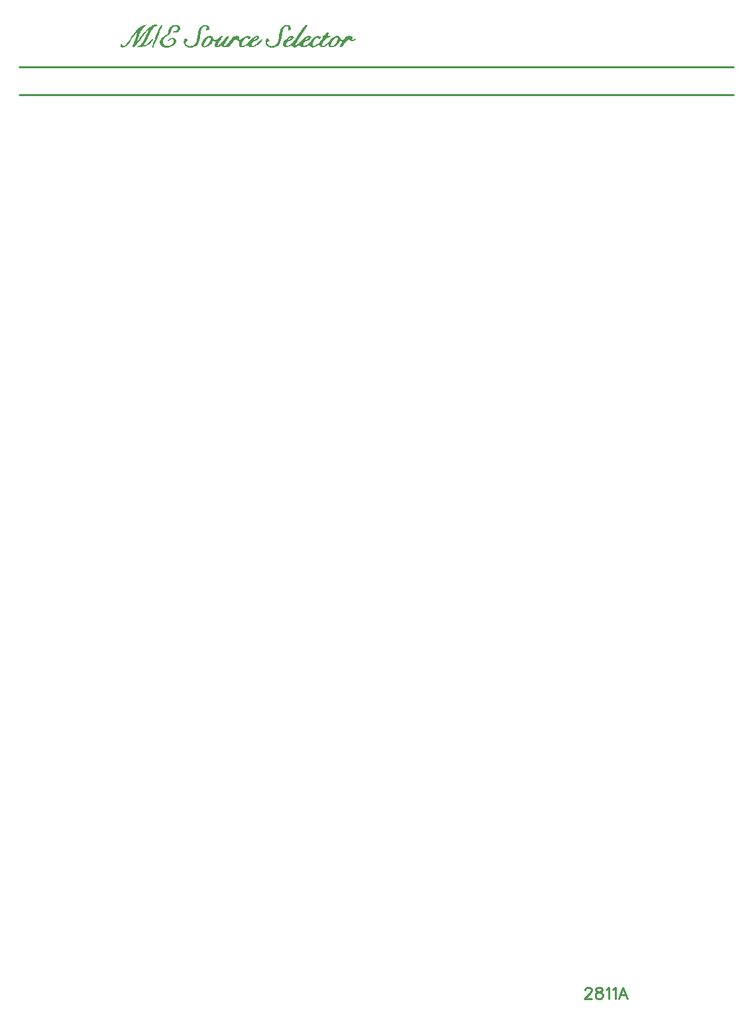
<source format=gto>
G04 Layer: TopSilkscreenLayer*
G04 EasyEDA v6.5.29, 2023-07-16 15:11:24*
G04 6b2ea49bd14843f1a595022ae84b5af3,5a6b42c53f6a479593ecc07194224c93,10*
G04 Gerber Generator version 0.2*
G04 Scale: 100 percent, Rotated: No, Reflected: No *
G04 Dimensions in millimeters *
G04 leading zeros omitted , absolute positions ,4 integer and 5 decimal *
%FSLAX45Y45*%
%MOMM*%

%ADD10C,0.2540*%

%LPD*%
G36*
X1754784Y12720116D02*
G01*
X1750568Y12719913D01*
X1739849Y12718542D01*
X1727352Y12716052D01*
X1714500Y12712700D01*
X1708099Y12710363D01*
X1701038Y12706959D01*
X1693418Y12702489D01*
X1685289Y12697104D01*
X1676654Y12690805D01*
X1667662Y12683693D01*
X1658366Y12675768D01*
X1648764Y12667183D01*
X1639011Y12657937D01*
X1619097Y12637770D01*
X1609090Y12626949D01*
X1599184Y12615722D01*
X1589379Y12604191D01*
X1579727Y12592354D01*
X1565808Y12574270D01*
X1556918Y12562027D01*
X1538224Y12535509D01*
X1529740Y12524130D01*
X1522577Y12515037D01*
X1517192Y12508738D01*
X1515262Y12506807D01*
X1513890Y12505791D01*
X1513179Y12505690D01*
X1513027Y12506706D01*
X1513281Y12508941D01*
X1515110Y12516713D01*
X1518412Y12528194D01*
X1522984Y12542774D01*
X1535074Y12578334D01*
X1540357Y12592558D01*
X1545742Y12605766D01*
X1551279Y12617958D01*
X1556969Y12629235D01*
X1562862Y12639700D01*
X1569008Y12649352D01*
X1575511Y12658394D01*
X1582369Y12666776D01*
X1589582Y12674650D01*
X1597304Y12682016D01*
X1634693Y12715951D01*
X1597406Y12708890D01*
X1589024Y12706654D01*
X1580642Y12703860D01*
X1572310Y12700355D01*
X1563979Y12696240D01*
X1555699Y12691414D01*
X1547317Y12685979D01*
X1538986Y12679781D01*
X1530553Y12672872D01*
X1522069Y12665252D01*
X1513484Y12656870D01*
X1504848Y12647777D01*
X1496060Y12637871D01*
X1487119Y12627203D01*
X1478076Y12615722D01*
X1468882Y12603429D01*
X1459484Y12590322D01*
X1435963Y12555575D01*
X1422044Y12535560D01*
X1403756Y12510363D01*
X1386890Y12488468D01*
X1379423Y12479274D01*
X1372870Y12471654D01*
X1367332Y12465710D01*
X1356461Y12455601D01*
X1349806Y12449911D01*
X1344574Y12446355D01*
X1340307Y12444882D01*
X1336548Y12445390D01*
X1332890Y12447828D01*
X1328877Y12452197D01*
X1319682Y12463881D01*
X1316024Y12467844D01*
X1312926Y12470434D01*
X1310132Y12471603D01*
X1307592Y12471450D01*
X1305102Y12469926D01*
X1302461Y12467132D01*
X1299565Y12463068D01*
X1297228Y12458852D01*
X1295704Y12454737D01*
X1294993Y12450775D01*
X1294993Y12446965D01*
X1295704Y12443307D01*
X1297076Y12439954D01*
X1299108Y12436856D01*
X1301648Y12434062D01*
X1304798Y12431623D01*
X1308404Y12429591D01*
X1312468Y12428016D01*
X1316939Y12426899D01*
X1321765Y12426238D01*
X1326946Y12426188D01*
X1332433Y12426696D01*
X1338122Y12427813D01*
X1345641Y12429845D01*
X1352550Y12432131D01*
X1358950Y12434773D01*
X1365097Y12438024D01*
X1371142Y12442088D01*
X1377238Y12447117D01*
X1383588Y12453264D01*
X1390396Y12460833D01*
X1397863Y12469926D01*
X1406093Y12480747D01*
X1415338Y12493498D01*
X1437487Y12525502D01*
X1462684Y12562840D01*
X1484376Y12594234D01*
X1501394Y12618008D01*
X1507490Y12626136D01*
X1512874Y12632639D01*
X1513586Y12633096D01*
X1513941Y12632537D01*
X1513535Y12628321D01*
X1511757Y12620447D01*
X1508912Y12609576D01*
X1500530Y12581026D01*
X1489913Y12547447D01*
X1475790Y12505690D01*
X1465732Y12478156D01*
X1461617Y12468047D01*
X1454556Y12452756D01*
X1451914Y12444476D01*
X1450695Y12437262D01*
X1451102Y12431979D01*
X1451813Y12430404D01*
X1452727Y12429134D01*
X1453845Y12428270D01*
X1455166Y12427762D01*
X1456740Y12427610D01*
X1458468Y12427762D01*
X1460449Y12428270D01*
X1464970Y12430353D01*
X1470253Y12433757D01*
X1476349Y12438532D01*
X1483207Y12444628D01*
X1490776Y12451994D01*
X1499108Y12460681D01*
X1508099Y12470587D01*
X1528165Y12494209D01*
X1550873Y12522708D01*
X1597253Y12583871D01*
X1615389Y12607239D01*
X1630019Y12625324D01*
X1641144Y12638176D01*
X1645462Y12642646D01*
X1648917Y12645796D01*
X1651558Y12647625D01*
X1652574Y12648082D01*
X1653387Y12648184D01*
X1653946Y12647980D01*
X1654352Y12647422D01*
X1654505Y12645390D01*
X1653895Y12642037D01*
X1652422Y12637363D01*
X1650238Y12631470D01*
X1643430Y12615722D01*
X1633575Y12594844D01*
X1620723Y12568885D01*
X1601470Y12531242D01*
X1592580Y12514478D01*
X1584655Y12500254D01*
X1577543Y12488265D01*
X1571040Y12478359D01*
X1564995Y12470231D01*
X1559204Y12463678D01*
X1553464Y12458446D01*
X1547672Y12454280D01*
X1541627Y12450978D01*
X1535125Y12448286D01*
X1524203Y12444577D01*
X1518005Y12442088D01*
X1513027Y12439802D01*
X1509268Y12437618D01*
X1506728Y12435636D01*
X1505407Y12433808D01*
X1505204Y12432233D01*
X1506118Y12430810D01*
X1508201Y12429642D01*
X1511401Y12428728D01*
X1515668Y12428118D01*
X1521002Y12427712D01*
X1527352Y12427661D01*
X1543202Y12428474D01*
X1559458Y12430252D01*
X1572869Y12432385D01*
X1585874Y12435078D01*
X1598422Y12438329D01*
X1610461Y12442088D01*
X1622044Y12446406D01*
X1633067Y12451181D01*
X1643532Y12456464D01*
X1653387Y12462205D01*
X1662633Y12468453D01*
X1671167Y12475108D01*
X1679092Y12482220D01*
X1686204Y12489688D01*
X1692656Y12497612D01*
X1699666Y12507823D01*
X1706372Y12518390D01*
X1711198Y12526822D01*
X1714144Y12533071D01*
X1714906Y12535357D01*
X1715211Y12537135D01*
X1715058Y12538354D01*
X1714449Y12539014D01*
X1713382Y12539167D01*
X1711909Y12538760D01*
X1709928Y12537795D01*
X1704746Y12534290D01*
X1697888Y12528651D01*
X1689303Y12520828D01*
X1679041Y12510871D01*
X1667205Y12498730D01*
X1654860Y12486538D01*
X1648663Y12480848D01*
X1636471Y12470638D01*
X1630680Y12466218D01*
X1620062Y12459004D01*
X1615389Y12456363D01*
X1611223Y12454382D01*
X1607667Y12453162D01*
X1604772Y12452705D01*
X1599184Y12452807D01*
X1595170Y12453162D01*
X1592681Y12454026D01*
X1591716Y12455448D01*
X1592275Y12457684D01*
X1594307Y12460833D01*
X1597812Y12465151D01*
X1604213Y12472466D01*
X1607820Y12477496D01*
X1617370Y12492888D01*
X1629156Y12514021D01*
X1642262Y12539116D01*
X1649069Y12552578D01*
X1670304Y12596876D01*
X1680210Y12617043D01*
X1688947Y12634214D01*
X1696821Y12648641D01*
X1703882Y12660528D01*
X1710385Y12670129D01*
X1716582Y12677749D01*
X1719529Y12680899D01*
X1722526Y12683642D01*
X1725472Y12685979D01*
X1728470Y12688011D01*
X1734667Y12691160D01*
X1741170Y12693294D01*
X1753971Y12695936D01*
X1758899Y12697714D01*
X1763064Y12699847D01*
X1766366Y12702286D01*
X1768805Y12704927D01*
X1770329Y12707670D01*
X1770938Y12710414D01*
X1770532Y12713004D01*
X1769059Y12715341D01*
X1766519Y12717373D01*
X1762861Y12718948D01*
X1758035Y12719964D01*
G37*
G36*
X2384501Y12714020D02*
G01*
X2379268Y12713970D01*
X2373934Y12713563D01*
X2368550Y12712801D01*
X2363114Y12711633D01*
X2357729Y12710058D01*
X2352344Y12708077D01*
X2347010Y12705740D01*
X2341778Y12702997D01*
X2336647Y12699796D01*
X2331669Y12696240D01*
X2326894Y12692278D01*
X2322322Y12687909D01*
X2317953Y12683134D01*
X2314143Y12678257D01*
X2310434Y12672923D01*
X2306980Y12667284D01*
X2303678Y12661239D01*
X2300630Y12654940D01*
X2297785Y12648336D01*
X2295194Y12641580D01*
X2292858Y12634569D01*
X2290826Y12627406D01*
X2289098Y12620193D01*
X2287676Y12612827D01*
X2279396Y12552984D01*
X2276805Y12537084D01*
X2274265Y12523571D01*
X2271623Y12512141D01*
X2268829Y12502489D01*
X2265730Y12494310D01*
X2262276Y12487198D01*
X2258415Y12480950D01*
X2253945Y12475159D01*
X2248916Y12469469D01*
X2241194Y12462103D01*
X2236012Y12458039D01*
X2230577Y12454483D01*
X2224938Y12451384D01*
X2219147Y12448794D01*
X2213152Y12446660D01*
X2207006Y12445034D01*
X2200757Y12443917D01*
X2194458Y12443256D01*
X2188108Y12443104D01*
X2181707Y12443510D01*
X2175306Y12444374D01*
X2168956Y12445746D01*
X2162708Y12447676D01*
X2156460Y12450114D01*
X2150364Y12453061D01*
X2144928Y12456617D01*
X2140407Y12460833D01*
X2136800Y12465608D01*
X2134158Y12470739D01*
X2132380Y12476073D01*
X2131568Y12481509D01*
X2131720Y12486843D01*
X2132888Y12491923D01*
X2134971Y12496647D01*
X2138019Y12500813D01*
X2142083Y12504267D01*
X2154682Y12510566D01*
X2157730Y12514783D01*
X2156409Y12520320D01*
X2150922Y12527991D01*
X2145030Y12534442D01*
X2139543Y12538964D01*
X2134412Y12541453D01*
X2129586Y12541961D01*
X2125014Y12540488D01*
X2120493Y12536982D01*
X2116023Y12531445D01*
X2111451Y12523825D01*
X2109520Y12519609D01*
X2108098Y12515088D01*
X2107133Y12510363D01*
X2106625Y12505436D01*
X2106523Y12500356D01*
X2106879Y12495123D01*
X2107641Y12489840D01*
X2108809Y12484557D01*
X2110333Y12479274D01*
X2112213Y12474041D01*
X2114448Y12468910D01*
X2116988Y12463932D01*
X2119833Y12459106D01*
X2122982Y12454534D01*
X2126386Y12450216D01*
X2130044Y12446203D01*
X2133955Y12442494D01*
X2138121Y12439243D01*
X2142439Y12436398D01*
X2147011Y12434062D01*
X2153158Y12431420D01*
X2159152Y12429134D01*
X2164994Y12427204D01*
X2170734Y12425680D01*
X2176424Y12424562D01*
X2182114Y12423749D01*
X2187854Y12423394D01*
X2193645Y12423394D01*
X2199538Y12423749D01*
X2205583Y12424562D01*
X2211781Y12425680D01*
X2218232Y12427254D01*
X2224938Y12429185D01*
X2231898Y12431471D01*
X2246985Y12437313D01*
X2255672Y12441377D01*
X2263648Y12446101D01*
X2270912Y12451537D01*
X2277567Y12457836D01*
X2280615Y12461290D01*
X2286406Y12469063D01*
X2291638Y12477902D01*
X2296414Y12488011D01*
X2300782Y12499441D01*
X2304796Y12512344D01*
X2308555Y12526772D01*
X2312009Y12542926D01*
X2315260Y12560808D01*
X2318359Y12580620D01*
X2321306Y12601194D01*
X2324201Y12619177D01*
X2327249Y12634823D01*
X2330500Y12648234D01*
X2334056Y12659563D01*
X2335987Y12664490D01*
X2338019Y12668961D01*
X2340152Y12672974D01*
X2342388Y12676581D01*
X2344826Y12679781D01*
X2347366Y12682575D01*
X2350109Y12685014D01*
X2353005Y12687046D01*
X2356053Y12688824D01*
X2362809Y12691364D01*
X2366518Y12692176D01*
X2374544Y12693091D01*
X2378964Y12693192D01*
X2386279Y12692989D01*
X2391867Y12692329D01*
X2395880Y12690957D01*
X2398522Y12688722D01*
X2399792Y12685369D01*
X2399944Y12680746D01*
X2399030Y12674650D01*
X2395575Y12659614D01*
X2394610Y12653873D01*
X2394407Y12649657D01*
X2395067Y12646812D01*
X2396591Y12645186D01*
X2399080Y12644729D01*
X2402535Y12645339D01*
X2419807Y12651282D01*
X2424684Y12652603D01*
X2427579Y12653111D01*
X2429205Y12654534D01*
X2430526Y12658394D01*
X2431440Y12664135D01*
X2431796Y12671145D01*
X2431491Y12676428D01*
X2430678Y12681356D01*
X2429357Y12685979D01*
X2427528Y12690246D01*
X2425293Y12694208D01*
X2422601Y12697764D01*
X2419502Y12701016D01*
X2416098Y12703911D01*
X2412339Y12706451D01*
X2408275Y12708585D01*
X2403906Y12710414D01*
X2399334Y12711887D01*
X2394559Y12712954D01*
X2389632Y12713665D01*
G37*
G36*
X3427222Y12714020D02*
G01*
X3421989Y12713970D01*
X3416655Y12713563D01*
X3411270Y12712801D01*
X3405886Y12711633D01*
X3400450Y12710058D01*
X3395065Y12708077D01*
X3389731Y12705740D01*
X3384499Y12702997D01*
X3379368Y12699796D01*
X3374390Y12696240D01*
X3369614Y12692278D01*
X3365042Y12687909D01*
X3360724Y12683134D01*
X3356864Y12678257D01*
X3353155Y12672923D01*
X3349701Y12667284D01*
X3346399Y12661239D01*
X3343351Y12654940D01*
X3340506Y12648336D01*
X3337915Y12641580D01*
X3335629Y12634569D01*
X3333597Y12627406D01*
X3331819Y12620193D01*
X3330397Y12612827D01*
X3324860Y12571628D01*
X3319576Y12537084D01*
X3316986Y12523571D01*
X3314344Y12512141D01*
X3311550Y12502489D01*
X3308451Y12494310D01*
X3305048Y12487198D01*
X3301136Y12480950D01*
X3296716Y12475159D01*
X3291636Y12469469D01*
X3283915Y12462103D01*
X3278733Y12458039D01*
X3273348Y12454483D01*
X3267710Y12451384D01*
X3261867Y12448794D01*
X3255873Y12446660D01*
X3249726Y12445034D01*
X3243529Y12443917D01*
X3237179Y12443256D01*
X3230829Y12443104D01*
X3224428Y12443510D01*
X3218078Y12444374D01*
X3211728Y12445746D01*
X3205429Y12447676D01*
X3199231Y12450114D01*
X3193135Y12453061D01*
X3187700Y12456617D01*
X3183178Y12460833D01*
X3179572Y12465608D01*
X3176879Y12470739D01*
X3175101Y12476073D01*
X3174339Y12481509D01*
X3174492Y12486843D01*
X3175609Y12491923D01*
X3177692Y12496647D01*
X3180740Y12500813D01*
X3184804Y12504267D01*
X3197402Y12510566D01*
X3200450Y12514783D01*
X3199180Y12520320D01*
X3193694Y12527991D01*
X3187750Y12534442D01*
X3182264Y12538964D01*
X3177133Y12541453D01*
X3172358Y12541961D01*
X3167735Y12540488D01*
X3163214Y12536982D01*
X3158744Y12531445D01*
X3154222Y12523825D01*
X3152292Y12519609D01*
X3150819Y12515088D01*
X3149854Y12510363D01*
X3149346Y12505436D01*
X3149295Y12500356D01*
X3149650Y12495123D01*
X3150412Y12489840D01*
X3151530Y12484557D01*
X3153054Y12479274D01*
X3154934Y12474041D01*
X3157169Y12468910D01*
X3159709Y12463932D01*
X3162554Y12459106D01*
X3165703Y12454534D01*
X3169107Y12450216D01*
X3172815Y12446203D01*
X3176727Y12442494D01*
X3180842Y12439243D01*
X3185210Y12436398D01*
X3189732Y12434062D01*
X3195878Y12431420D01*
X3201873Y12429134D01*
X3207715Y12427204D01*
X3213455Y12425680D01*
X3219196Y12424562D01*
X3224885Y12423749D01*
X3230575Y12423394D01*
X3236366Y12423394D01*
X3242259Y12423749D01*
X3248304Y12424562D01*
X3254502Y12425680D01*
X3260953Y12427254D01*
X3274669Y12431471D01*
X3289706Y12437313D01*
X3298393Y12441377D01*
X3302508Y12443663D01*
X3310077Y12448743D01*
X3313633Y12451537D01*
X3320287Y12457836D01*
X3326333Y12465050D01*
X3331819Y12473330D01*
X3334359Y12477902D01*
X3339134Y12488011D01*
X3343503Y12499441D01*
X3347567Y12512344D01*
X3351276Y12526772D01*
X3354730Y12542926D01*
X3357981Y12560808D01*
X3361131Y12580620D01*
X3364077Y12601194D01*
X3366973Y12619177D01*
X3369970Y12634823D01*
X3373221Y12648234D01*
X3376777Y12659563D01*
X3378708Y12664490D01*
X3380740Y12668961D01*
X3382873Y12672974D01*
X3385159Y12676581D01*
X3387547Y12679781D01*
X3390137Y12682575D01*
X3392830Y12685014D01*
X3395726Y12687046D01*
X3398824Y12688824D01*
X3402076Y12690195D01*
X3405530Y12691364D01*
X3409238Y12692176D01*
X3417265Y12693091D01*
X3421684Y12693192D01*
X3429000Y12692989D01*
X3434587Y12692329D01*
X3438651Y12690957D01*
X3441242Y12688722D01*
X3442512Y12685369D01*
X3442665Y12680746D01*
X3441750Y12674650D01*
X3438296Y12659614D01*
X3437331Y12653873D01*
X3437128Y12649657D01*
X3437788Y12646812D01*
X3439312Y12645186D01*
X3441801Y12644729D01*
X3445256Y12645339D01*
X3462528Y12651282D01*
X3467404Y12652603D01*
X3470300Y12653111D01*
X3471926Y12654534D01*
X3473297Y12658394D01*
X3474161Y12664135D01*
X3474516Y12671145D01*
X3474212Y12676428D01*
X3473399Y12681356D01*
X3472078Y12685979D01*
X3470249Y12690246D01*
X3468014Y12694208D01*
X3465322Y12697764D01*
X3462274Y12701016D01*
X3458819Y12703911D01*
X3455060Y12706451D01*
X3450996Y12708585D01*
X3446678Y12710414D01*
X3442106Y12711887D01*
X3437280Y12712954D01*
X3432352Y12713665D01*
G37*
G36*
X1817471Y12713258D02*
G01*
X1816455Y12712903D01*
X1815236Y12711988D01*
X1812137Y12708280D01*
X1808276Y12702336D01*
X1803704Y12694310D01*
X1798472Y12684302D01*
X1792732Y12672517D01*
X1779828Y12644170D01*
X1765604Y12610541D01*
X1750669Y12572898D01*
X1736140Y12534341D01*
X1724304Y12501270D01*
X1715211Y12473787D01*
X1711706Y12462154D01*
X1708912Y12451892D01*
X1706778Y12443104D01*
X1705305Y12435687D01*
X1704543Y12429744D01*
X1704492Y12425172D01*
X1705102Y12422073D01*
X1705711Y12421057D01*
X1706473Y12420447D01*
X1707388Y12420142D01*
X1708454Y12420193D01*
X1709775Y12420650D01*
X1712823Y12422632D01*
X1718767Y12428321D01*
X1720189Y12430658D01*
X1725726Y12442342D01*
X1734210Y12461951D01*
X1757324Y12517932D01*
X1787296Y12593066D01*
X1811324Y12655042D01*
X1820570Y12679781D01*
X1829054Y12704165D01*
X1830222Y12708991D01*
X1829206Y12710617D01*
X1826463Y12711988D01*
X1822399Y12712903D01*
G37*
G36*
X1998167Y12713258D02*
G01*
X1991512Y12713106D01*
X1985162Y12712649D01*
X1979168Y12711887D01*
X1973478Y12710769D01*
X1968042Y12709347D01*
X1962861Y12707518D01*
X1957882Y12705384D01*
X1953107Y12702844D01*
X1948434Y12699898D01*
X1943912Y12696545D01*
X1939442Y12692837D01*
X1935022Y12688620D01*
X1931263Y12684658D01*
X1927809Y12680492D01*
X1924608Y12676174D01*
X1921764Y12671704D01*
X1919173Y12667081D01*
X1916887Y12662357D01*
X1914956Y12657582D01*
X1913331Y12652705D01*
X1912061Y12647828D01*
X1911146Y12642900D01*
X1910588Y12637973D01*
X1910283Y12627203D01*
X1909825Y12621920D01*
X1908962Y12617094D01*
X1907743Y12612674D01*
X1906117Y12608661D01*
X1903933Y12604902D01*
X1901240Y12601397D01*
X1897989Y12598044D01*
X1894128Y12594793D01*
X1889607Y12591592D01*
X1884425Y12588341D01*
X1870862Y12580823D01*
X1856841Y12572339D01*
X1850389Y12568021D01*
X1838655Y12559284D01*
X1833372Y12554864D01*
X1828444Y12550394D01*
X1823974Y12545872D01*
X1819808Y12541300D01*
X1816100Y12536728D01*
X1812747Y12532106D01*
X1809800Y12527483D01*
X1807260Y12522758D01*
X1805076Y12518034D01*
X1803298Y12513310D01*
X1801926Y12508534D01*
X1800910Y12503708D01*
X1800301Y12498832D01*
X1800148Y12493955D01*
X1800402Y12488570D01*
X1801266Y12483185D01*
X1802688Y12477851D01*
X1804568Y12472670D01*
X1807006Y12467539D01*
X1809851Y12462611D01*
X1813102Y12457785D01*
X1816760Y12453213D01*
X1820773Y12448844D01*
X1825142Y12444730D01*
X1829866Y12440869D01*
X1834794Y12437313D01*
X1840026Y12434112D01*
X1845411Y12431217D01*
X1851050Y12428728D01*
X1856841Y12426594D01*
X1862734Y12424918D01*
X1868779Y12423698D01*
X1874875Y12422936D01*
X1881022Y12422632D01*
X1887728Y12422835D01*
X1894484Y12423343D01*
X1901189Y12424156D01*
X1907895Y12425273D01*
X1914550Y12426696D01*
X1927656Y12430353D01*
X1940356Y12435027D01*
X1952498Y12440615D01*
X1958289Y12443714D01*
X1969262Y12450470D01*
X1974443Y12454128D01*
X1979320Y12457887D01*
X1983943Y12461798D01*
X1988261Y12465812D01*
X1992223Y12469926D01*
X1995881Y12474143D01*
X1999183Y12478461D01*
X2002129Y12482830D01*
X2004669Y12487300D01*
X2006752Y12491770D01*
X2008428Y12496292D01*
X2009698Y12500762D01*
X2010410Y12505283D01*
X2010664Y12509804D01*
X2010410Y12514478D01*
X2009597Y12518847D01*
X2008225Y12522860D01*
X2006447Y12526619D01*
X2004212Y12530074D01*
X2001520Y12533223D01*
X1998472Y12536017D01*
X1995068Y12538557D01*
X1991360Y12540742D01*
X1987346Y12542621D01*
X1983079Y12544196D01*
X1978558Y12545415D01*
X1973884Y12546330D01*
X1969007Y12546888D01*
X1964029Y12547142D01*
X1958949Y12547041D01*
X1953768Y12546584D01*
X1948586Y12545822D01*
X1943354Y12544704D01*
X1938172Y12543282D01*
X1933041Y12541453D01*
X1928012Y12539319D01*
X1923084Y12536779D01*
X1918258Y12533934D01*
X1913686Y12530734D01*
X1909267Y12527127D01*
X1905152Y12523216D01*
X1901240Y12518898D01*
X1897532Y12514173D01*
X1894941Y12510312D01*
X1893468Y12507315D01*
X1893011Y12505182D01*
X1893671Y12503912D01*
X1895297Y12503505D01*
X1897989Y12503912D01*
X1901596Y12505232D01*
X1906219Y12507366D01*
X1911807Y12510363D01*
X1931111Y12522250D01*
X1936343Y12524892D01*
X1941271Y12526975D01*
X1946046Y12528448D01*
X1950516Y12529413D01*
X1954733Y12529870D01*
X1958695Y12529870D01*
X1962353Y12529362D01*
X1965706Y12528448D01*
X1968754Y12527076D01*
X1971497Y12525400D01*
X1973884Y12523317D01*
X1975866Y12520930D01*
X1977542Y12518237D01*
X1978812Y12515240D01*
X1979675Y12511989D01*
X1980133Y12508534D01*
X1980133Y12504928D01*
X1979726Y12501118D01*
X1978863Y12497155D01*
X1977542Y12493040D01*
X1975764Y12488875D01*
X1973478Y12484658D01*
X1970684Y12480391D01*
X1967382Y12476124D01*
X1963521Y12471857D01*
X1959152Y12467640D01*
X1954174Y12463475D01*
X1948738Y12459462D01*
X1943252Y12455956D01*
X1937664Y12452908D01*
X1932076Y12450267D01*
X1926437Y12448133D01*
X1920798Y12446406D01*
X1915210Y12445136D01*
X1909622Y12444272D01*
X1904136Y12443815D01*
X1898751Y12443764D01*
X1893417Y12444171D01*
X1888286Y12444882D01*
X1883257Y12446050D01*
X1878380Y12447574D01*
X1873707Y12449454D01*
X1869287Y12451740D01*
X1865071Y12454331D01*
X1861108Y12457277D01*
X1857400Y12460579D01*
X1854047Y12464237D01*
X1850999Y12468199D01*
X1848256Y12472466D01*
X1845868Y12477038D01*
X1843887Y12481915D01*
X1842312Y12487097D01*
X1841195Y12492583D01*
X1840484Y12498324D01*
X1840230Y12504369D01*
X1840382Y12508128D01*
X1841754Y12515748D01*
X1842973Y12519558D01*
X1844548Y12523419D01*
X1848713Y12531191D01*
X1851355Y12535154D01*
X1854352Y12539116D01*
X1861413Y12547142D01*
X1869897Y12555321D01*
X1879904Y12563652D01*
X1891436Y12572238D01*
X1904441Y12580975D01*
X1911553Y12585446D01*
X1917293Y12589560D01*
X1922729Y12594437D01*
X1927758Y12599974D01*
X1932279Y12606070D01*
X1936292Y12612624D01*
X1939645Y12619532D01*
X1942287Y12626695D01*
X1945690Y12640716D01*
X1947570Y12647523D01*
X1949704Y12654280D01*
X1952040Y12660731D01*
X1954479Y12666675D01*
X1956968Y12671958D01*
X1959457Y12676327D01*
X1961845Y12679730D01*
X1966163Y12683845D01*
X1971446Y12687198D01*
X1977389Y12689789D01*
X1983892Y12691567D01*
X1990648Y12692532D01*
X1997456Y12692735D01*
X2004110Y12692176D01*
X2010359Y12690856D01*
X2016048Y12688773D01*
X2020874Y12685928D01*
X2024634Y12682372D01*
X2027174Y12678054D01*
X2028443Y12673025D01*
X2028647Y12667894D01*
X2027834Y12662712D01*
X2026056Y12657632D01*
X2023465Y12652756D01*
X2020112Y12648184D01*
X2016099Y12644018D01*
X2011527Y12640360D01*
X2006498Y12637312D01*
X2001062Y12635026D01*
X1995322Y12633604D01*
X1982063Y12632283D01*
X1976120Y12630150D01*
X1972056Y12626949D01*
X1970582Y12623038D01*
X1971141Y12620040D01*
X1972716Y12617551D01*
X1975256Y12615621D01*
X1978609Y12614249D01*
X1982673Y12613335D01*
X1987296Y12612979D01*
X1992426Y12613081D01*
X1997913Y12613640D01*
X2003602Y12614656D01*
X2009444Y12616129D01*
X2015286Y12618008D01*
X2021078Y12620294D01*
X2026615Y12622936D01*
X2031796Y12625984D01*
X2036572Y12629337D01*
X2040737Y12633096D01*
X2045462Y12638125D01*
X2049576Y12643104D01*
X2053031Y12648082D01*
X2055926Y12653010D01*
X2058162Y12657886D01*
X2059838Y12662611D01*
X2060905Y12667284D01*
X2061413Y12671806D01*
X2061311Y12676174D01*
X2060702Y12680391D01*
X2059533Y12684455D01*
X2057806Y12688265D01*
X2055520Y12691922D01*
X2052777Y12695326D01*
X2049475Y12698526D01*
X2045665Y12701422D01*
X2041398Y12704064D01*
X2036572Y12706400D01*
X2031339Y12708382D01*
X2025599Y12710109D01*
X2019401Y12711430D01*
X2012797Y12712446D01*
X2005685Y12713004D01*
G37*
G36*
X3667506Y12713055D02*
G01*
X3665728Y12712801D01*
X3663746Y12712039D01*
X3661511Y12710871D01*
X3656431Y12707112D01*
X3650538Y12701574D01*
X3643833Y12694310D01*
X3636467Y12685369D01*
X3628390Y12674854D01*
X3619703Y12662763D01*
X3610406Y12649200D01*
X3600602Y12634163D01*
X3579977Y12601702D01*
X3560673Y12572593D01*
X3551631Y12559385D01*
X3534511Y12535712D01*
X3526434Y12525146D01*
X3518662Y12515392D01*
X3511092Y12506401D01*
X3503726Y12498120D01*
X3496614Y12490602D01*
X3489655Y12483795D01*
X3482848Y12477597D01*
X3476193Y12472060D01*
X3469640Y12467132D01*
X3463137Y12462764D01*
X3456686Y12458954D01*
X3437280Y12449149D01*
X3431082Y12446508D01*
X3426104Y12444780D01*
X3422192Y12444069D01*
X3419195Y12444374D01*
X3417112Y12445746D01*
X3415792Y12448184D01*
X3415131Y12451740D01*
X3415029Y12456464D01*
X3416198Y12469469D01*
X3417366Y12476378D01*
X3419246Y12482474D01*
X3421938Y12487757D01*
X3425444Y12492380D01*
X3429863Y12496444D01*
X3435248Y12499949D01*
X3441801Y12503099D01*
X3456228Y12508179D01*
X3462731Y12510668D01*
X3468878Y12513310D01*
X3480104Y12518999D01*
X3485184Y12521996D01*
X3494176Y12528245D01*
X3498087Y12531394D01*
X3504641Y12537795D01*
X3507282Y12540996D01*
X3509518Y12544094D01*
X3511245Y12547193D01*
X3512565Y12550190D01*
X3513378Y12553086D01*
X3513785Y12555880D01*
X3513632Y12558471D01*
X3513023Y12560960D01*
X3511854Y12563297D01*
X3510229Y12565380D01*
X3508044Y12567259D01*
X3505352Y12568936D01*
X3502050Y12570307D01*
X3498240Y12571425D01*
X3493871Y12572288D01*
X3488893Y12572796D01*
X3483356Y12572949D01*
X3478936Y12572695D01*
X3474313Y12571984D01*
X3469538Y12570815D01*
X3464610Y12569240D01*
X3454450Y12564872D01*
X3444036Y12559131D01*
X3433673Y12552172D01*
X3423462Y12544247D01*
X3413658Y12535509D01*
X3405144Y12526924D01*
X3439007Y12526924D01*
X3440328Y12529870D01*
X3443071Y12533630D01*
X3447389Y12538151D01*
X3453384Y12543485D01*
X3463137Y12550749D01*
X3472078Y12555778D01*
X3479190Y12558166D01*
X3483457Y12557353D01*
X3484270Y12553848D01*
X3482035Y12548870D01*
X3477158Y12543078D01*
X3470097Y12537084D01*
X3462985Y12532207D01*
X3456635Y12528448D01*
X3451098Y12525705D01*
X3446475Y12524028D01*
X3442868Y12523368D01*
X3440379Y12523622D01*
X3439058Y12524841D01*
X3439007Y12526924D01*
X3405144Y12526924D01*
X3400196Y12521387D01*
X3392322Y12511582D01*
X3385616Y12501676D01*
X3382772Y12496749D01*
X3380282Y12491872D01*
X3378149Y12487097D01*
X3376472Y12482423D01*
X3375253Y12477902D01*
X3374491Y12473482D01*
X3374237Y12469266D01*
X3374491Y12463729D01*
X3375151Y12458598D01*
X3376269Y12453823D01*
X3377793Y12449454D01*
X3379724Y12445492D01*
X3382111Y12441936D01*
X3384804Y12438786D01*
X3387953Y12436094D01*
X3391408Y12433757D01*
X3395268Y12431928D01*
X3399485Y12430455D01*
X3403955Y12429439D01*
X3408832Y12428880D01*
X3413963Y12428728D01*
X3419449Y12429083D01*
X3425190Y12429845D01*
X3431184Y12431064D01*
X3437483Y12432792D01*
X3443986Y12434976D01*
X3458616Y12440818D01*
X3471214Y12445441D01*
X3476294Y12446863D01*
X3480714Y12447727D01*
X3484676Y12447930D01*
X3488283Y12447574D01*
X3491636Y12446609D01*
X3494938Y12445034D01*
X3498291Y12442850D01*
X3501847Y12440056D01*
X3509721Y12433147D01*
X3513277Y12430302D01*
X3516629Y12428169D01*
X3519830Y12426696D01*
X3523081Y12425934D01*
X3526536Y12425883D01*
X3530295Y12426543D01*
X3534562Y12427966D01*
X3539439Y12430099D01*
X3545128Y12432995D01*
X3566464Y12445136D01*
X3573119Y12448540D01*
X3579164Y12451232D01*
X3584397Y12453162D01*
X3588765Y12454331D01*
X3592017Y12454686D01*
X3594100Y12454178D01*
X3594811Y12452705D01*
X3595268Y12448692D01*
X3596589Y12444984D01*
X3598722Y12441631D01*
X3601567Y12438684D01*
X3605072Y12436144D01*
X3609238Y12433960D01*
X3613912Y12432182D01*
X3619093Y12430861D01*
X3624681Y12429998D01*
X3630676Y12429591D01*
X3636924Y12429591D01*
X3643426Y12430099D01*
X3650081Y12431115D01*
X3656837Y12432639D01*
X3663696Y12434671D01*
X3684676Y12442850D01*
X3690467Y12444780D01*
X3695649Y12446203D01*
X3700272Y12446965D01*
X3704590Y12447219D01*
X3708654Y12446863D01*
X3712667Y12445949D01*
X3716731Y12444425D01*
X3720998Y12442342D01*
X3736035Y12432995D01*
X3740759Y12430302D01*
X3745077Y12428220D01*
X3749192Y12426746D01*
X3753205Y12425984D01*
X3757371Y12425883D01*
X3761841Y12426492D01*
X3766769Y12427762D01*
X3772306Y12429744D01*
X3778656Y12432385D01*
X3810863Y12447879D01*
X3817213Y12450673D01*
X3822496Y12452705D01*
X3826967Y12453924D01*
X3830777Y12454331D01*
X3834129Y12453975D01*
X3837178Y12452858D01*
X3840073Y12450927D01*
X3843121Y12448235D01*
X3853738Y12436652D01*
X3857650Y12433503D01*
X3861765Y12430963D01*
X3866134Y12429032D01*
X3870706Y12427762D01*
X3875481Y12427153D01*
X3880510Y12427153D01*
X3885692Y12427813D01*
X3891026Y12429083D01*
X3896563Y12431014D01*
X3902303Y12433554D01*
X3908196Y12436703D01*
X3914241Y12440513D01*
X3920388Y12444882D01*
X3926738Y12449962D01*
X3939387Y12461138D01*
X3944416Y12465202D01*
X3948328Y12467844D01*
X3951325Y12469114D01*
X3953408Y12469012D01*
X3954830Y12467539D01*
X3955542Y12464745D01*
X3956304Y12454788D01*
X3957040Y12452045D01*
X3985869Y12452045D01*
X3986123Y12456566D01*
X3986834Y12461392D01*
X3988054Y12466574D01*
X3989679Y12471958D01*
X3991711Y12477597D01*
X3994099Y12483388D01*
X3999941Y12495276D01*
X4003294Y12501219D01*
X4010812Y12512903D01*
X4019092Y12523978D01*
X4023512Y12529159D01*
X4028033Y12534036D01*
X4032605Y12538506D01*
X4038041Y12543282D01*
X4043273Y12547193D01*
X4048150Y12550343D01*
X4052722Y12552680D01*
X4056989Y12554254D01*
X4060799Y12555067D01*
X4064254Y12555118D01*
X4067251Y12554458D01*
X4069740Y12553035D01*
X4071772Y12550902D01*
X4073245Y12548108D01*
X4074109Y12544552D01*
X4074414Y12540386D01*
X4074058Y12535509D01*
X4073093Y12529972D01*
X4071365Y12523825D01*
X4069587Y12518745D01*
X4067352Y12513614D01*
X4064812Y12508433D01*
X4061968Y12503251D01*
X4055364Y12492990D01*
X4047896Y12483033D01*
X4039870Y12473686D01*
X4031437Y12465050D01*
X4023004Y12457430D01*
X4014825Y12451080D01*
X4010914Y12448438D01*
X4003548Y12444374D01*
X4000195Y12443053D01*
X3997096Y12442139D01*
X3994353Y12441783D01*
X3991864Y12441986D01*
X3989781Y12442748D01*
X3988104Y12444120D01*
X3986885Y12446101D01*
X3986123Y12448743D01*
X3985869Y12452045D01*
X3957040Y12452045D01*
X3957777Y12449302D01*
X3960215Y12444323D01*
X3963415Y12439853D01*
X3967429Y12435941D01*
X3972102Y12432639D01*
X3977386Y12429998D01*
X3983177Y12428067D01*
X3989425Y12426899D01*
X3996029Y12426543D01*
X4002938Y12427000D01*
X4010101Y12428372D01*
X4014419Y12429642D01*
X4019042Y12431471D01*
X4029049Y12436398D01*
X4039666Y12442901D01*
X4050537Y12450470D01*
X4061206Y12458903D01*
X4071264Y12467742D01*
X4080306Y12476734D01*
X4087926Y12485471D01*
X4091076Y12489637D01*
X4093718Y12493650D01*
X4095750Y12497409D01*
X4097172Y12500864D01*
X4100220Y12505791D01*
X4105148Y12508534D01*
X4111548Y12509093D01*
X4119016Y12507264D01*
X4124350Y12505029D01*
X4128058Y12502743D01*
X4130192Y12500000D01*
X4130700Y12496444D01*
X4129481Y12491720D01*
X4126585Y12485420D01*
X4121912Y12477191D01*
X4108653Y12455499D01*
X4103776Y12447117D01*
X4100829Y12441123D01*
X4099763Y12437059D01*
X4100626Y12434570D01*
X4103420Y12433249D01*
X4108043Y12432741D01*
X4114546Y12432690D01*
X4119219Y12433300D01*
X4124198Y12435078D01*
X4129430Y12437973D01*
X4134764Y12441885D01*
X4140098Y12446711D01*
X4145330Y12452400D01*
X4150410Y12458801D01*
X4164685Y12480239D01*
X4171848Y12489942D01*
X4179163Y12499187D01*
X4186275Y12507518D01*
X4192778Y12514427D01*
X4195622Y12517170D01*
X4201871Y12522606D01*
X4206951Y12526518D01*
X4211218Y12528956D01*
X4214977Y12529870D01*
X4218635Y12529362D01*
X4222394Y12527330D01*
X4226712Y12523876D01*
X4231792Y12518999D01*
X4238853Y12512700D01*
X4246118Y12507569D01*
X4252772Y12504115D01*
X4257954Y12502794D01*
X4262424Y12503200D01*
X4267403Y12504369D01*
X4272635Y12506147D01*
X4278020Y12508433D01*
X4283405Y12511176D01*
X4288637Y12514224D01*
X4293463Y12517475D01*
X4297781Y12520879D01*
X4301439Y12524282D01*
X4304233Y12527635D01*
X4306062Y12530734D01*
X4306671Y12533579D01*
X4305452Y12537236D01*
X4301744Y12538405D01*
X4295698Y12537084D01*
X4287316Y12533223D01*
X4274921Y12527076D01*
X4270095Y12525146D01*
X4266133Y12524028D01*
X4262983Y12523724D01*
X4260596Y12524282D01*
X4258970Y12525654D01*
X4258005Y12527940D01*
X4257700Y12531140D01*
X4258005Y12535255D01*
X4258868Y12540284D01*
X4261459Y12551359D01*
X4262221Y12555677D01*
X4262424Y12559233D01*
X4261967Y12562128D01*
X4260748Y12564516D01*
X4258716Y12566345D01*
X4255668Y12567767D01*
X4251553Y12568783D01*
X4246321Y12569494D01*
X4231843Y12570256D01*
X4213910Y12570460D01*
X4206392Y12570307D01*
X4199788Y12569850D01*
X4194048Y12569037D01*
X4188968Y12567920D01*
X4184548Y12566446D01*
X4180687Y12564516D01*
X4177233Y12562078D01*
X4174083Y12559182D01*
X4171238Y12555728D01*
X4168495Y12551664D01*
X4162501Y12541453D01*
X4158894Y12536678D01*
X4155084Y12532614D01*
X4151122Y12529362D01*
X4146956Y12526822D01*
X4142740Y12524994D01*
X4138472Y12523927D01*
X4134205Y12523622D01*
X4130040Y12524079D01*
X4125925Y12525248D01*
X4122013Y12527178D01*
X4118254Y12529870D01*
X4114749Y12533274D01*
X4111548Y12537389D01*
X4108653Y12542266D01*
X4103370Y12554305D01*
X4100220Y12559639D01*
X4096613Y12563957D01*
X4092498Y12567361D01*
X4087723Y12569901D01*
X4082186Y12571628D01*
X4075836Y12572644D01*
X4068521Y12572949D01*
X4060190Y12572542D01*
X4052011Y12571323D01*
X4047947Y12570409D01*
X4039768Y12567767D01*
X4031437Y12564160D01*
X4022902Y12559436D01*
X4014012Y12553543D01*
X4004665Y12546380D01*
X3994759Y12537948D01*
X3984193Y12528143D01*
X3972763Y12516815D01*
X3946804Y12489434D01*
X3939743Y12482372D01*
X3932834Y12475870D01*
X3926078Y12469876D01*
X3919524Y12464440D01*
X3913174Y12459563D01*
X3907078Y12455296D01*
X3901287Y12451638D01*
X3895801Y12448590D01*
X3890619Y12446254D01*
X3885844Y12444526D01*
X3881475Y12443460D01*
X3877513Y12443104D01*
X3874008Y12443460D01*
X3871010Y12444577D01*
X3868521Y12446406D01*
X3868064Y12447625D01*
X3868216Y12449708D01*
X3868928Y12452553D01*
X3871874Y12460325D01*
X3876751Y12470485D01*
X3883202Y12482372D01*
X3891026Y12495580D01*
X3901135Y12511176D01*
X3906570Y12518999D01*
X3911701Y12525908D01*
X3916578Y12531953D01*
X3921251Y12537135D01*
X3925773Y12541554D01*
X3930142Y12545161D01*
X3934358Y12548057D01*
X3938574Y12550241D01*
X3942740Y12551765D01*
X3946956Y12552629D01*
X3960774Y12553696D01*
X3969562Y12555880D01*
X3976573Y12559030D01*
X3980840Y12562941D01*
X3981602Y12566802D01*
X3979062Y12570002D01*
X3973677Y12572187D01*
X3966057Y12572949D01*
X3960164Y12573101D01*
X3955694Y12573711D01*
X3952595Y12574778D01*
X3950817Y12576556D01*
X3950309Y12579045D01*
X3950919Y12582448D01*
X3952646Y12586868D01*
X3958183Y12598095D01*
X3959910Y12603175D01*
X3960774Y12607645D01*
X3960825Y12611404D01*
X3960063Y12614503D01*
X3958640Y12616891D01*
X3956558Y12618618D01*
X3953916Y12619583D01*
X3950817Y12619837D01*
X3947312Y12619278D01*
X3943400Y12618008D01*
X3939235Y12615976D01*
X3934866Y12613081D01*
X3930345Y12609423D01*
X3925773Y12604953D01*
X3916629Y12594285D01*
X3911955Y12589256D01*
X3907231Y12584734D01*
X3902659Y12580772D01*
X3898290Y12577521D01*
X3894328Y12575082D01*
X3890822Y12573508D01*
X3883863Y12571831D01*
X3881221Y12568885D01*
X3880408Y12564414D01*
X3882237Y12556185D01*
X3882390Y12553086D01*
X3881983Y12549682D01*
X3881018Y12546025D01*
X3879545Y12542164D01*
X3875278Y12533884D01*
X3872534Y12529515D01*
X3865930Y12520472D01*
X3858056Y12511125D01*
X3849166Y12501727D01*
X3839565Y12492431D01*
X3829405Y12483541D01*
X3818991Y12475159D01*
X3808526Y12467590D01*
X3798265Y12460935D01*
X3788511Y12455448D01*
X3779418Y12451384D01*
X3775252Y12449911D01*
X3771341Y12448844D01*
X3767683Y12448286D01*
X3764432Y12448133D01*
X3761486Y12448540D01*
X3758946Y12449403D01*
X3756812Y12450876D01*
X3755136Y12452858D01*
X3753205Y12456566D01*
X3751834Y12460427D01*
X3751021Y12464542D01*
X3750716Y12468860D01*
X3750970Y12473381D01*
X3751732Y12478105D01*
X3753053Y12483084D01*
X3754882Y12488214D01*
X3757269Y12493498D01*
X3760165Y12499035D01*
X3763619Y12504724D01*
X3767531Y12510566D01*
X3772052Y12516612D01*
X3782517Y12529159D01*
X3788562Y12535662D01*
X3797503Y12544806D01*
X3804665Y12551714D01*
X3810254Y12556337D01*
X3814572Y12558928D01*
X3817772Y12559436D01*
X3820160Y12558014D01*
X3821887Y12554813D01*
X3823258Y12549835D01*
X3824986Y12544958D01*
X3827627Y12541097D01*
X3831031Y12538151D01*
X3834942Y12536220D01*
X3839210Y12535204D01*
X3843629Y12535154D01*
X3847896Y12535966D01*
X3851859Y12537694D01*
X3855364Y12540284D01*
X3858056Y12543688D01*
X3859885Y12547955D01*
X3860495Y12553035D01*
X3859936Y12556490D01*
X3858310Y12559639D01*
X3855567Y12562484D01*
X3851757Y12564922D01*
X3846931Y12567056D01*
X3841089Y12568834D01*
X3834282Y12570206D01*
X3821125Y12571628D01*
X3816096Y12571780D01*
X3811371Y12571628D01*
X3806901Y12571171D01*
X3802532Y12570256D01*
X3798265Y12568885D01*
X3793947Y12567056D01*
X3789578Y12564668D01*
X3785006Y12561671D01*
X3780180Y12558014D01*
X3774998Y12553696D01*
X3763365Y12542774D01*
X3749344Y12528499D01*
X3734460Y12512802D01*
X3721252Y12499441D01*
X3708654Y12487351D01*
X3696715Y12476581D01*
X3685540Y12467183D01*
X3675126Y12459258D01*
X3665575Y12452807D01*
X3656990Y12447930D01*
X3649370Y12444577D01*
X3645915Y12443561D01*
X3642817Y12442901D01*
X3639921Y12442698D01*
X3637737Y12444831D01*
X3636416Y12450572D01*
X3636060Y12459055D01*
X3636772Y12469469D01*
X3637940Y12476378D01*
X3639870Y12482474D01*
X3642512Y12487757D01*
X3646017Y12492380D01*
X3650437Y12496444D01*
X3655872Y12499949D01*
X3662375Y12503099D01*
X3676599Y12508077D01*
X3688842Y12513106D01*
X3699814Y12518694D01*
X3709466Y12524740D01*
X3717696Y12531039D01*
X3721252Y12534239D01*
X3724401Y12537440D01*
X3727145Y12540640D01*
X3729482Y12543790D01*
X3731412Y12546888D01*
X3732885Y12549886D01*
X3733952Y12552832D01*
X3734511Y12555626D01*
X3734612Y12558318D01*
X3734257Y12560808D01*
X3733393Y12563144D01*
X3732022Y12565278D01*
X3730142Y12567208D01*
X3727704Y12568885D01*
X3724757Y12570307D01*
X3721252Y12571425D01*
X3717188Y12572238D01*
X3712565Y12572796D01*
X3703218Y12572898D01*
X3695293Y12572288D01*
X3687724Y12570968D01*
X3680206Y12568783D01*
X3672586Y12565532D01*
X3664508Y12561062D01*
X3655872Y12555270D01*
X3646424Y12547955D01*
X3635857Y12539014D01*
X3622612Y12526924D01*
X3659581Y12526924D01*
X3660901Y12529870D01*
X3663645Y12533630D01*
X3668014Y12538151D01*
X3673957Y12543485D01*
X3683762Y12550749D01*
X3692651Y12555778D01*
X3699764Y12558166D01*
X3704031Y12557353D01*
X3704844Y12553848D01*
X3702608Y12548870D01*
X3697732Y12543078D01*
X3690670Y12537084D01*
X3683558Y12532207D01*
X3677208Y12528448D01*
X3671671Y12525705D01*
X3667048Y12524028D01*
X3663442Y12523368D01*
X3660952Y12523622D01*
X3659632Y12524841D01*
X3659581Y12526924D01*
X3622612Y12526924D01*
X3610610Y12515494D01*
X3579977Y12485319D01*
X3566210Y12472416D01*
X3553663Y12461494D01*
X3542944Y12453112D01*
X3538474Y12450013D01*
X3534664Y12447676D01*
X3531615Y12446203D01*
X3529380Y12445593D01*
X3528009Y12446000D01*
X3527755Y12446711D01*
X3528415Y12449810D01*
X3530447Y12454940D01*
X3533851Y12461951D01*
X3544214Y12481001D01*
X3551021Y12492786D01*
X3567480Y12519914D01*
X3587038Y12550800D01*
X3635095Y12624104D01*
X3653180Y12652400D01*
X3667963Y12675971D01*
X3678631Y12693599D01*
X3684320Y12704013D01*
X3685082Y12706096D01*
X3683660Y12708839D01*
X3679901Y12711074D01*
X3674313Y12712547D01*
G37*
G36*
X2594102Y12573457D02*
G01*
X2590038Y12572949D01*
X2585415Y12571577D01*
X2580284Y12569393D01*
X2574848Y12566446D01*
X2569210Y12562789D01*
X2563418Y12558471D01*
X2557678Y12553492D01*
X2546959Y12542875D01*
X2541473Y12538202D01*
X2535783Y12533934D01*
X2529992Y12530226D01*
X2524404Y12527127D01*
X2519070Y12524841D01*
X2514193Y12523368D01*
X2509977Y12522860D01*
X2505964Y12523368D01*
X2501900Y12524740D01*
X2497886Y12527026D01*
X2494026Y12530023D01*
X2490419Y12533731D01*
X2487117Y12537948D01*
X2484221Y12542723D01*
X2480005Y12552172D01*
X2477668Y12556083D01*
X2474976Y12559588D01*
X2471928Y12562687D01*
X2468524Y12565380D01*
X2464816Y12567666D01*
X2460802Y12569545D01*
X2456535Y12571018D01*
X2451963Y12572034D01*
X2447188Y12572695D01*
X2442159Y12572949D01*
X2436926Y12572746D01*
X2431542Y12572136D01*
X2426004Y12571120D01*
X2420264Y12569698D01*
X2414473Y12567818D01*
X2408529Y12565532D01*
X2402535Y12562789D01*
X2396490Y12559639D01*
X2390394Y12556083D01*
X2385009Y12552578D01*
X2379878Y12548870D01*
X2375001Y12544958D01*
X2370429Y12540945D01*
X2362047Y12532461D01*
X2358237Y12528042D01*
X2354681Y12523520D01*
X2348433Y12514326D01*
X2345690Y12509652D01*
X2341067Y12500203D01*
X2337460Y12490805D01*
X2334971Y12481560D01*
X2333599Y12472619D01*
X2333294Y12468250D01*
X2333294Y12464034D01*
X2333548Y12459970D01*
X2334056Y12456058D01*
X2334949Y12452045D01*
X2361590Y12452045D01*
X2361844Y12456566D01*
X2362606Y12461392D01*
X2363774Y12466574D01*
X2365400Y12471958D01*
X2369870Y12483388D01*
X2372614Y12489332D01*
X2379065Y12501219D01*
X2382672Y12507112D01*
X2390597Y12518542D01*
X2399233Y12529159D01*
X2403754Y12534036D01*
X2408377Y12538506D01*
X2413812Y12543282D01*
X2418994Y12547193D01*
X2423922Y12550343D01*
X2428494Y12552680D01*
X2432710Y12554254D01*
X2436571Y12555067D01*
X2439974Y12555118D01*
X2442972Y12554458D01*
X2445512Y12553035D01*
X2447493Y12550902D01*
X2448966Y12548108D01*
X2449880Y12544552D01*
X2450185Y12540386D01*
X2449830Y12535509D01*
X2448814Y12529972D01*
X2447137Y12523825D01*
X2445308Y12518745D01*
X2443124Y12513614D01*
X2440584Y12508433D01*
X2434539Y12498120D01*
X2431135Y12492990D01*
X2423668Y12483033D01*
X2415590Y12473686D01*
X2407208Y12465050D01*
X2398776Y12457430D01*
X2390546Y12451080D01*
X2386634Y12448438D01*
X2382875Y12446203D01*
X2379268Y12444374D01*
X2375966Y12443053D01*
X2372868Y12442139D01*
X2370074Y12441783D01*
X2367635Y12441986D01*
X2365552Y12442748D01*
X2363876Y12444120D01*
X2362606Y12446101D01*
X2361844Y12448743D01*
X2361590Y12452045D01*
X2334949Y12452045D01*
X2337308Y12445339D01*
X2338984Y12442190D01*
X2340914Y12439294D01*
X2343099Y12436602D01*
X2345588Y12434214D01*
X2348331Y12432080D01*
X2351379Y12430252D01*
X2354681Y12428728D01*
X2358288Y12427559D01*
X2362149Y12426746D01*
X2366314Y12426289D01*
X2370785Y12426188D01*
X2375509Y12426492D01*
X2380538Y12427204D01*
X2385822Y12428372D01*
X2390140Y12429642D01*
X2394762Y12431471D01*
X2404770Y12436398D01*
X2415387Y12442850D01*
X2426258Y12450470D01*
X2436977Y12458903D01*
X2447036Y12467742D01*
X2456078Y12476734D01*
X2463698Y12485471D01*
X2466797Y12489637D01*
X2469438Y12493599D01*
X2471470Y12497358D01*
X2472893Y12500864D01*
X2476246Y12506350D01*
X2481834Y12508839D01*
X2490063Y12508382D01*
X2501341Y12504978D01*
X2510993Y12500711D01*
X2516276Y12496495D01*
X2517190Y12492532D01*
X2513685Y12488824D01*
X2509824Y12485573D01*
X2506776Y12481204D01*
X2504541Y12475972D01*
X2503068Y12470130D01*
X2502357Y12463881D01*
X2502408Y12457480D01*
X2503170Y12451181D01*
X2504694Y12445136D01*
X2506878Y12439650D01*
X2509824Y12434976D01*
X2513380Y12431268D01*
X2517648Y12428829D01*
X2521356Y12427864D01*
X2525826Y12427559D01*
X2531008Y12427813D01*
X2536596Y12428626D01*
X2542540Y12429947D01*
X2548534Y12431776D01*
X2554528Y12434011D01*
X2567482Y12440158D01*
X2573680Y12442748D01*
X2579116Y12444374D01*
X2583789Y12445085D01*
X2587904Y12444831D01*
X2591612Y12443714D01*
X2594965Y12441631D01*
X2598166Y12438684D01*
X2601264Y12436297D01*
X2605633Y12434214D01*
X2611221Y12432588D01*
X2617774Y12431318D01*
X2625140Y12430455D01*
X2633167Y12430099D01*
X2641701Y12430201D01*
X2650642Y12430810D01*
X2658618Y12431674D01*
X2665780Y12432792D01*
X2672181Y12434112D01*
X2677972Y12435789D01*
X2683154Y12437770D01*
X2687929Y12440259D01*
X2692298Y12443155D01*
X2696413Y12446609D01*
X2700324Y12450673D01*
X2704185Y12455398D01*
X2708046Y12460782D01*
X2714904Y12471450D01*
X2721305Y12480848D01*
X2728315Y12490348D01*
X2735529Y12499441D01*
X2742539Y12507620D01*
X2751836Y12517170D01*
X2758084Y12522606D01*
X2763164Y12526518D01*
X2767431Y12528956D01*
X2771190Y12529870D01*
X2774848Y12529362D01*
X2778658Y12527330D01*
X2782925Y12523876D01*
X2794863Y12512700D01*
X2801670Y12507569D01*
X2807563Y12504115D01*
X2811780Y12502794D01*
X2814370Y12500508D01*
X2815844Y12494260D01*
X2816098Y12484963D01*
X2814370Y12467183D01*
X2814269Y12461189D01*
X2814726Y12455652D01*
X2815742Y12450622D01*
X2817266Y12446050D01*
X2819349Y12442037D01*
X2821889Y12438430D01*
X2824937Y12435382D01*
X2828493Y12432842D01*
X2832455Y12430861D01*
X2836875Y12429337D01*
X2841701Y12428372D01*
X2846933Y12427966D01*
X2852572Y12428118D01*
X2858566Y12428778D01*
X2864967Y12429998D01*
X2871673Y12431826D01*
X2878683Y12434214D01*
X2886049Y12437160D01*
X2901594Y12444476D01*
X2908960Y12447625D01*
X2915666Y12450165D01*
X2921508Y12452045D01*
X2926334Y12453162D01*
X2929991Y12453518D01*
X2932277Y12453112D01*
X2933090Y12451791D01*
X2934665Y12447676D01*
X2939034Y12442698D01*
X2945434Y12437465D01*
X2953258Y12432588D01*
X2956915Y12431014D01*
X2960928Y12429896D01*
X2965348Y12429185D01*
X2970123Y12428931D01*
X2975203Y12429083D01*
X2980537Y12429642D01*
X2986074Y12430556D01*
X2991866Y12431877D01*
X3003956Y12435586D01*
X3016453Y12440615D01*
X3029153Y12446863D01*
X3041751Y12454178D01*
X3047949Y12458192D01*
X3059988Y12466929D01*
X3071317Y12476480D01*
X3076600Y12481509D01*
X3081629Y12486690D01*
X3091332Y12498120D01*
X3099765Y12508941D01*
X3106064Y12518034D01*
X3110331Y12525248D01*
X3111703Y12528143D01*
X3112566Y12530632D01*
X3112973Y12532563D01*
X3112871Y12534036D01*
X3112312Y12535052D01*
X3111296Y12535509D01*
X3109772Y12535458D01*
X3107842Y12534950D01*
X3102610Y12532309D01*
X3099308Y12530226D01*
X3091484Y12524384D01*
X3082036Y12516358D01*
X3059277Y12495174D01*
X3047847Y12485065D01*
X3036722Y12475819D01*
X3026003Y12467539D01*
X3015894Y12460325D01*
X3006496Y12454178D01*
X2997860Y12449302D01*
X2990240Y12445695D01*
X2986786Y12444374D01*
X2983636Y12443460D01*
X2980740Y12442901D01*
X2978200Y12442698D01*
X2976016Y12444831D01*
X2974644Y12450572D01*
X2974289Y12459055D01*
X2975051Y12469469D01*
X2976219Y12476378D01*
X2978099Y12482474D01*
X2980740Y12487757D01*
X2984246Y12492380D01*
X2988665Y12496444D01*
X2994101Y12499949D01*
X3000603Y12503099D01*
X3015183Y12508179D01*
X3027883Y12513360D01*
X3033725Y12516154D01*
X3044291Y12522098D01*
X3053283Y12528346D01*
X3057144Y12531496D01*
X3060649Y12534696D01*
X3063697Y12537897D01*
X3066338Y12541046D01*
X3068472Y12544196D01*
X3070199Y12547244D01*
X3071469Y12550241D01*
X3072231Y12553137D01*
X3072536Y12555931D01*
X3072384Y12558572D01*
X3071672Y12561011D01*
X3070453Y12563297D01*
X3068726Y12565430D01*
X3066491Y12567310D01*
X3063697Y12568936D01*
X3060344Y12570358D01*
X3056432Y12571476D01*
X3051962Y12572288D01*
X3046882Y12572796D01*
X3036519Y12572847D01*
X3031896Y12572441D01*
X3027476Y12571730D01*
X3023108Y12570663D01*
X3018790Y12569240D01*
X3014421Y12567361D01*
X3010001Y12565075D01*
X3005429Y12562332D01*
X3000705Y12559080D01*
X2990545Y12550902D01*
X2979064Y12540284D01*
X2963885Y12524841D01*
X2997860Y12524841D01*
X2997860Y12526924D01*
X2999130Y12529870D01*
X3001924Y12533630D01*
X3006242Y12538151D01*
X3012236Y12543485D01*
X3021990Y12550749D01*
X3030931Y12555778D01*
X3038043Y12558166D01*
X3042259Y12557353D01*
X3043123Y12553848D01*
X3040888Y12548870D01*
X3036011Y12543078D01*
X3028899Y12537084D01*
X3021838Y12532207D01*
X3015488Y12528448D01*
X3009950Y12525705D01*
X3005328Y12524028D01*
X3001721Y12523368D01*
X2999232Y12523622D01*
X2997860Y12524841D01*
X2963885Y12524841D01*
X2951276Y12511582D01*
X2937510Y12497562D01*
X2924759Y12485268D01*
X2912973Y12474651D01*
X2902153Y12465710D01*
X2892348Y12458496D01*
X2883560Y12452959D01*
X2879547Y12450826D01*
X2872181Y12447828D01*
X2868930Y12446965D01*
X2865882Y12446558D01*
X2863088Y12446508D01*
X2860548Y12446914D01*
X2858262Y12447778D01*
X2856179Y12448997D01*
X2854401Y12450673D01*
X2852826Y12452807D01*
X2850896Y12456464D01*
X2849524Y12460376D01*
X2848660Y12464491D01*
X2848356Y12468809D01*
X2848610Y12473330D01*
X2849372Y12478105D01*
X2850692Y12483033D01*
X2852521Y12488164D01*
X2854909Y12493498D01*
X2857804Y12498984D01*
X2861208Y12504674D01*
X2865170Y12510516D01*
X2869641Y12516561D01*
X2880156Y12529108D01*
X2886202Y12535662D01*
X2895142Y12544806D01*
X2902305Y12551714D01*
X2907893Y12556337D01*
X2912211Y12558928D01*
X2915412Y12559436D01*
X2917799Y12558014D01*
X2919526Y12554813D01*
X2920898Y12549835D01*
X2922574Y12544958D01*
X2925267Y12541097D01*
X2928670Y12538151D01*
X2932582Y12536220D01*
X2936849Y12535204D01*
X2941269Y12535154D01*
X2945536Y12535966D01*
X2949498Y12537694D01*
X2953004Y12540284D01*
X2955696Y12543688D01*
X2957525Y12547955D01*
X2958134Y12553035D01*
X2957779Y12556744D01*
X2956610Y12560046D01*
X2954782Y12562890D01*
X2952242Y12565329D01*
X2949143Y12567361D01*
X2945485Y12568936D01*
X2941269Y12570104D01*
X2936646Y12570866D01*
X2931566Y12571272D01*
X2926130Y12571171D01*
X2920390Y12570714D01*
X2914345Y12569850D01*
X2908096Y12568580D01*
X2901696Y12566954D01*
X2895142Y12564872D01*
X2888538Y12562433D01*
X2881884Y12559538D01*
X2875229Y12556286D01*
X2868676Y12552680D01*
X2839567Y12534138D01*
X2833827Y12530734D01*
X2824734Y12526162D01*
X2821279Y12524943D01*
X2818587Y12524486D01*
X2816504Y12524689D01*
X2815031Y12525654D01*
X2814116Y12527330D01*
X2813761Y12529718D01*
X2813862Y12532817D01*
X2815234Y12541097D01*
X2817672Y12551359D01*
X2818434Y12555626D01*
X2818638Y12559182D01*
X2818180Y12562128D01*
X2817012Y12564465D01*
X2815031Y12566294D01*
X2812084Y12567716D01*
X2808122Y12568732D01*
X2802991Y12569494D01*
X2788970Y12570256D01*
X2772765Y12570510D01*
X2760726Y12570155D01*
X2755595Y12569596D01*
X2750921Y12568783D01*
X2746603Y12567564D01*
X2742641Y12565938D01*
X2738831Y12563805D01*
X2735173Y12561112D01*
X2731516Y12557861D01*
X2727807Y12553899D01*
X2719781Y12543790D01*
X2710434Y12530378D01*
X2700274Y12515291D01*
X2690266Y12501829D01*
X2679700Y12489078D01*
X2674366Y12483033D01*
X2663647Y12471908D01*
X2653284Y12462205D01*
X2643479Y12454178D01*
X2634640Y12448184D01*
X2630627Y12446000D01*
X2627020Y12444425D01*
X2623769Y12443460D01*
X2620975Y12443206D01*
X2618638Y12443612D01*
X2616809Y12444831D01*
X2616555Y12446000D01*
X2617012Y12448184D01*
X2618130Y12451334D01*
X2622296Y12460122D01*
X2628696Y12471704D01*
X2637028Y12485420D01*
X2646883Y12500762D01*
X2660091Y12520422D01*
X2672232Y12539167D01*
X2676550Y12546533D01*
X2679750Y12552680D01*
X2681935Y12557709D01*
X2683103Y12561824D01*
X2683306Y12565024D01*
X2682595Y12567513D01*
X2680970Y12569342D01*
X2678531Y12570663D01*
X2675280Y12571628D01*
X2671368Y12571933D01*
X2667254Y12571323D01*
X2662936Y12569799D01*
X2658668Y12567513D01*
X2654401Y12564516D01*
X2650286Y12560808D01*
X2646476Y12556439D01*
X2639771Y12546685D01*
X2631846Y12536017D01*
X2622346Y12524384D01*
X2611729Y12512192D01*
X2600350Y12499898D01*
X2588717Y12487910D01*
X2577185Y12476632D01*
X2566212Y12466523D01*
X2556256Y12457938D01*
X2547670Y12451334D01*
X2540914Y12447117D01*
X2538374Y12446050D01*
X2536444Y12445746D01*
X2535224Y12446203D01*
X2534666Y12447574D01*
X2534818Y12449860D01*
X2535580Y12452959D01*
X2536952Y12456769D01*
X2541422Y12466472D01*
X2547823Y12478308D01*
X2555951Y12491669D01*
X2583992Y12533833D01*
X2597200Y12555423D01*
X2600909Y12562484D01*
X2601874Y12564770D01*
X2602230Y12566192D01*
X2601671Y12569494D01*
X2600045Y12571780D01*
X2597505Y12573101D01*
G37*
D10*
X7233158Y384047D02*
G01*
X7233158Y390905D01*
X7240015Y404368D01*
X7246874Y411226D01*
X7260336Y418084D01*
X7287768Y418084D01*
X7301229Y411226D01*
X7308088Y404368D01*
X7314945Y390905D01*
X7314945Y377189D01*
X7308088Y363473D01*
X7294372Y343154D01*
X7226300Y274828D01*
X7321804Y274828D01*
X7400797Y418084D02*
G01*
X7380477Y411226D01*
X7373620Y397510D01*
X7373620Y384047D01*
X7380477Y370331D01*
X7393940Y363473D01*
X7421372Y356615D01*
X7441691Y349757D01*
X7455408Y336295D01*
X7462265Y322579D01*
X7462265Y302260D01*
X7455408Y288544D01*
X7448550Y281686D01*
X7428229Y274828D01*
X7400797Y274828D01*
X7380477Y281686D01*
X7373620Y288544D01*
X7366761Y302260D01*
X7366761Y322579D01*
X7373620Y336295D01*
X7387081Y349757D01*
X7407656Y356615D01*
X7434834Y363473D01*
X7448550Y370331D01*
X7455408Y384047D01*
X7455408Y397510D01*
X7448550Y411226D01*
X7428229Y418084D01*
X7400797Y418084D01*
X7507224Y390905D02*
G01*
X7520940Y397510D01*
X7541259Y418084D01*
X7541259Y274828D01*
X7586218Y390905D02*
G01*
X7599934Y397510D01*
X7620508Y418084D01*
X7620508Y274828D01*
X7719822Y418084D02*
G01*
X7665465Y274828D01*
X7719822Y418084D02*
G01*
X7774431Y274828D01*
X7685786Y322579D02*
G01*
X7754111Y322579D01*
X0Y11823700D02*
G01*
X9131300Y11823700D01*
X0Y12179300D02*
G01*
X9131300Y12179300D01*
M02*

</source>
